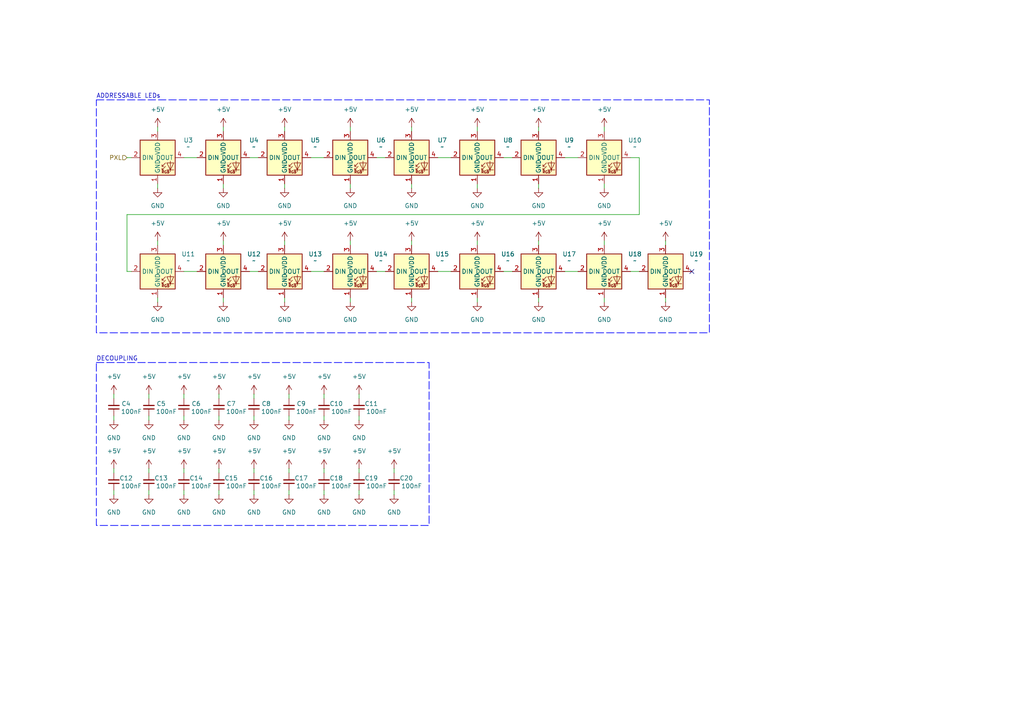
<source format=kicad_sch>
(kicad_sch (version 20231120) (generator "eeschema") (generator_version "8.0")
  (paper "A4")
  (lib_symbols
    (symbol "Device:C_Small" (pin_numbers hide) (pin_names (offset 0.254) hide)
      (property "Reference" "C" (at 0.254 1.778 0))
      (property "Value" "C_Small" (at 0.254 -2.032 0))
      (symbol "C_Small_0_1"
        (polyline (pts (xy -1.524 -0.508) (xy 1.524 -0.508)) (stroke (width 0.3302)))
        (polyline (pts (xy -1.524 0.508) (xy 1.524 0.508)) (stroke (width 0.3048)))
      )
      (symbol "C_Small_1_1"
        (pin passive line (at 0 2.54 270) (length 2.032) (name "~") (number "1"))
        (pin passive line (at 0 -2.54 90) (length 2.032) (name "~") (number "2"))
      )
    )
    (symbol "SK6812MINI-E-012:SK6812MINI-E-012"
      (property "Reference" "U" (at 3.556 6.35 0))
      (symbol "SK6812MINI-E-012_0_0"
        (text "RGB" (at 2.286 -4.191 0) (effects (font (size 0.762 0.762))))
      )
      (symbol "SK6812MINI-E-012_0_1"
        (rectangle (start -5.08 5.08) (end 5.08 -5.08) (stroke (width 0.254)) (fill (type background)))
        (polyline (pts (xy 1.27 -3.556) (xy 1.778 -3.556)))
        (polyline (pts (xy 1.27 -2.54) (xy 1.778 -2.54)))
        (polyline (pts (xy 4.699 -3.556) (xy 2.667 -3.556)))
        (polyline (pts (xy 2.286 -2.54) (xy 1.27 -3.556) (xy 1.27 -3.048)))
        (polyline (pts (xy 2.286 -1.524) (xy 1.27 -2.54) (xy 1.27 -2.032)))
        (polyline (pts (xy 3.683 -1.016) (xy 3.683 -3.556) (xy 3.683 -4.064)))
        (polyline (pts (xy 4.699 -1.524) (xy 2.667 -1.524) (xy 3.683 -3.556) (xy 4.699 -1.524)))
      )
      (symbol "SK6812MINI-E-012_1_1"
        (pin power_in line (at 0 -7.62 90) (length 2.54) (name "GND") (number "1"))
        (pin input line (at -7.62 0 0) (length 2.54) (name "DIN") (number "2"))
        (pin power_in line (at 0 7.62 270) (length 2.54) (name "VDD") (number "3"))
        (pin output line (at 7.62 0 180) (length 2.54) (name "DOUT") (number "4"))
      )
    )
    (symbol "power:+5V" (power) (pin_numbers hide) (pin_names (offset 0) hide)
      (property "Value" "+5V" (at 0 3.556 0))
      (symbol "+5V_0_1"
        (polyline (pts (xy -0.762 1.27) (xy 0 2.54)))
        (polyline (pts (xy 0 0) (xy 0 2.54)))
        (polyline (pts (xy 0 2.54) (xy 0.762 1.27)))
      )
      (symbol "+5V_1_1"
        (pin power_in line (at 0 0 90) (length 0) (name "~") (number "1"))
      )
    )
    (symbol "power:GND" (power) (pin_numbers hide) (pin_names (offset 0) hide)
      (property "Value" "GND" (at 0 -3.81 0))
      (symbol "GND_0_1"
        (polyline (pts (xy 0 0) (xy 0 -1.27) (xy 1.27 -1.27) (xy 0 -2.54) (xy -1.27 -1.27) (xy 0 -1.27)))
      )
      (symbol "GND_1_1"
        (pin power_in line (at 0 0 270) (length 0) (name "~") (number "1"))
      )
    )
  )
  (no_connect (at 200.66 78.74))
  (wire (pts (xy 53.34 142.24) (xy 53.34 143.51)))
  (wire (pts (xy 185.42 62.23) (xy 36.83 62.23)))
  (wire (pts (xy 36.83 62.23) (xy 36.83 78.74)))
  (wire (pts (xy 36.83 78.74) (xy 38.1 78.74)))
  (wire (pts (xy 63.5 120.65) (xy 63.5 121.92)))
  (wire (pts (xy 72.39 78.74) (xy 74.93 78.74)))
  (wire (pts (xy 82.55 69.85) (xy 82.55 71.12)))
  (wire (pts (xy 138.43 36.83) (xy 138.43 38.1)))
  (wire (pts (xy 119.38 86.36) (xy 119.38 87.63)))
  (wire (pts (xy 83.82 135.89) (xy 83.82 137.16)))
  (wire (pts (xy 146.05 78.74) (xy 148.59 78.74)))
  (wire (pts (xy 193.04 86.36) (xy 193.04 87.63)))
  (wire (pts (xy 156.21 69.85) (xy 156.21 71.12)))
  (wire (pts (xy 114.3 135.89) (xy 114.3 137.16)))
  (wire (pts (xy 73.66 142.24) (xy 73.66 143.51)))
  (wire (pts (xy 73.66 114.3) (xy 73.66 115.57)))
  (wire (pts (xy 182.88 45.72) (xy 185.42 45.72)))
  (wire (pts (xy 33.02 114.3) (xy 33.02 115.57)))
  (wire (pts (xy 109.22 78.74) (xy 111.76 78.74)))
  (wire (pts (xy 36.83 45.72) (xy 38.1 45.72)))
  (wire (pts (xy 63.5 135.89) (xy 63.5 137.16)))
  (wire (pts (xy 64.77 36.83) (xy 64.77 38.1)))
  (wire (pts (xy 83.82 142.24) (xy 83.82 143.51)))
  (wire (pts (xy 185.42 45.72) (xy 185.42 62.23)))
  (wire (pts (xy 104.14 135.89) (xy 104.14 137.16)))
  (wire (pts (xy 63.5 114.3) (xy 63.5 115.57)))
  (wire (pts (xy 53.34 135.89) (xy 53.34 137.16)))
  (wire (pts (xy 138.43 86.36) (xy 138.43 87.63)))
  (wire (pts (xy 82.55 86.36) (xy 82.55 87.63)))
  (wire (pts (xy 127 45.72) (xy 130.81 45.72)))
  (wire (pts (xy 193.04 69.85) (xy 193.04 71.12)))
  (wire (pts (xy 109.22 45.72) (xy 111.76 45.72)))
  (wire (pts (xy 101.6 69.85) (xy 101.6 71.12)))
  (wire (pts (xy 119.38 36.83) (xy 119.38 38.1)))
  (wire (pts (xy 33.02 135.89) (xy 33.02 137.16)))
  (wire (pts (xy 175.26 36.83) (xy 175.26 38.1)))
  (wire (pts (xy 90.17 45.72) (xy 93.98 45.72)))
  (wire (pts (xy 63.5 142.24) (xy 63.5 143.51)))
  (wire (pts (xy 53.34 45.72) (xy 57.15 45.72)))
  (wire (pts (xy 43.18 135.89) (xy 43.18 137.16)))
  (wire (pts (xy 45.72 36.83) (xy 45.72 38.1)))
  (wire (pts (xy 119.38 69.85) (xy 119.38 71.12)))
  (wire (pts (xy 64.77 53.34) (xy 64.77 54.61)))
  (wire (pts (xy 138.43 69.85) (xy 138.43 71.12)))
  (wire (pts (xy 175.26 53.34) (xy 175.26 54.61)))
  (wire (pts (xy 101.6 53.34) (xy 101.6 54.61)))
  (wire (pts (xy 156.21 36.83) (xy 156.21 38.1)))
  (wire (pts (xy 93.98 135.89) (xy 93.98 137.16)))
  (wire (pts (xy 93.98 114.3) (xy 93.98 115.57)))
  (wire (pts (xy 64.77 86.36) (xy 64.77 87.63)))
  (wire (pts (xy 45.72 69.85) (xy 45.72 71.12)))
  (wire (pts (xy 53.34 114.3) (xy 53.34 115.57)))
  (wire (pts (xy 156.21 53.34) (xy 156.21 54.61)))
  (wire (pts (xy 43.18 142.24) (xy 43.18 143.51)))
  (wire (pts (xy 53.34 120.65) (xy 53.34 121.92)))
  (wire (pts (xy 93.98 142.24) (xy 93.98 143.51)))
  (wire (pts (xy 33.02 120.65) (xy 33.02 121.92)))
  (wire (pts (xy 163.83 45.72) (xy 167.64 45.72)))
  (wire (pts (xy 82.55 53.34) (xy 82.55 54.61)))
  (wire (pts (xy 43.18 120.65) (xy 43.18 121.92)))
  (wire (pts (xy 163.83 78.74) (xy 167.64 78.74)))
  (wire (pts (xy 182.88 78.74) (xy 185.42 78.74)))
  (wire (pts (xy 53.34 78.74) (xy 57.15 78.74)))
  (wire (pts (xy 93.98 120.65) (xy 93.98 121.92)))
  (wire (pts (xy 83.82 120.65) (xy 83.82 121.92)))
  (wire (pts (xy 64.77 69.85) (xy 64.77 71.12)))
  (wire (pts (xy 45.72 86.36) (xy 45.72 87.63)))
  (wire (pts (xy 175.26 86.36) (xy 175.26 87.63)))
  (wire (pts (xy 101.6 36.83) (xy 101.6 38.1)))
  (wire (pts (xy 90.17 78.74) (xy 93.98 78.74)))
  (wire (pts (xy 146.05 45.72) (xy 148.59 45.72)))
  (wire (pts (xy 33.02 142.24) (xy 33.02 143.51)))
  (wire (pts (xy 73.66 135.89) (xy 73.66 137.16)))
  (wire (pts (xy 104.14 142.24) (xy 104.14 143.51)))
  (wire (pts (xy 138.43 53.34) (xy 138.43 54.61)))
  (wire (pts (xy 83.82 114.3) (xy 83.82 115.57)))
  (wire (pts (xy 72.39 45.72) (xy 74.93 45.72)))
  (wire (pts (xy 45.72 53.34) (xy 45.72 54.61)))
  (wire (pts (xy 101.6 86.36) (xy 101.6 87.63)))
  (wire (pts (xy 156.21 86.36) (xy 156.21 87.63)))
  (wire (pts (xy 82.55 36.83) (xy 82.55 38.1)))
  (wire (pts (xy 43.18 114.3) (xy 43.18 115.57)))
  (wire (pts (xy 104.14 120.65) (xy 104.14 121.92)))
  (wire (pts (xy 119.38 53.34) (xy 119.38 54.61)))
  (wire (pts (xy 114.3 142.24) (xy 114.3 143.51)))
  (wire (pts (xy 127 78.74) (xy 130.81 78.74)))
  (wire (pts (xy 104.14 114.3) (xy 104.14 115.57)))
  (wire (pts (xy 73.66 120.65) (xy 73.66 121.92)))
  (wire (pts (xy 175.26 69.85) (xy 175.26 71.12)))
  (rectangle (start 27.94 105.156) (end 124.46 152.4) (stroke (width 0.2) (type dash) (color 0 0 255 1)))
  (rectangle (start 27.94 28.956) (end 205.74 96.52) (stroke (width 0.2) (type dash) (color 0 0 255 1)))
  (text "ADDRESSABLE LEDs" (at 27.94 27.94 0) (effects (font (size 1.27 1.27)) (justify left)))
  (text "DECOUPLING" (at 27.94 104.14 0) (effects (font (size 1.27 1.27)) (justify left)))
  (hierarchical_label "PXL" (shape input) (at 36.83 45.72 180))
  (symbol (lib_id "power:+5V") (at 53.34 135.89 0) (unit 1)
    (property "Reference" "#PWR040" (effects (hide yes)))
    (property "Value" "+5V" (at 53.34 130.81 0))
    (property "Description" "Power symbol creates a global label with name \"+5V\"" (effects (hide yes)))
  )
  (symbol (lib_id "power:+5V") (at 82.55 36.83 0) (unit 1)
    (property "Reference" "#PWR08" (effects (hide yes)))
    (property "Value" "+5V" (at 82.55 31.75 0))
    (property "Description" "Power symbol creates a global label with name \"+5V\"" (effects (hide yes)))
  )
  (symbol (lib_id "power:+5V") (at 63.5 135.89 0) (unit 1)
    (property "Reference" "#PWR041" (effects (hide yes)))
    (property "Value" "+5V" (at 63.5 130.81 0))
    (property "Description" "Power symbol creates a global label with name \"+5V\"" (effects (hide yes)))
  )
  (symbol (lib_id "power:+5V") (at 33.02 135.89 0) (unit 1)
    (property "Reference" "#PWR038" (effects (hide yes)))
    (property "Value" "+5V" (at 33.02 130.81 0))
    (property "Description" "Power symbol creates a global label with name \"+5V\"" (effects (hide yes)))
  )
  (symbol (lib_id "power:+5V") (at 64.77 36.83 0) (unit 1)
    (property "Reference" "#PWR07" (effects (hide yes)))
    (property "Value" "+5V" (at 64.77 31.75 0))
    (property "Description" "Power symbol creates a global label with name \"+5V\"" (effects (hide yes)))
  )
  (symbol (lib_id "SK6812MINI-E-012:SK6812MINI-E-012") (at 119.38 45.72 0) (unit 1)
    (property "Reference" "U7" (at 128.27 40.6714 0))
    (property "Value" "~" (at 128.27 42.5765 0))
    (property "Footprint" "SK6812MINI-E-012:SK6812MINI-E-012" (effects (hide yes)))
  )
  (symbol (lib_id "Device:C_Small") (at 104.14 139.7 180) (unit 1)
    (property "Reference" "C19" (at 107.696 138.684 0))
    (property "Value" "100nF" (at 109.22 140.97 0))
    (property "Footprint" "Capacitor_SMD:C_0603_1608Metric_Pad1.08x0.95mm_HandSolder" (effects (hide yes)))
    (property "Description" "Unpolarized capacitor, small symbol" (effects (hide yes)))
  )
  (symbol (lib_id "Device:C_Small") (at 43.18 139.7 180) (unit 1)
    (property "Reference" "C13" (at 46.736 138.684 0))
    (property "Value" "100nF" (at 48.26 140.97 0))
    (property "Footprint" "Capacitor_SMD:C_0603_1608Metric_Pad1.08x0.95mm_HandSolder" (effects (hide yes)))
    (property "Description" "Unpolarized capacitor, small symbol" (effects (hide yes)))
  )
  (symbol (lib_id "power:GND") (at 104.14 121.92 0) (unit 1)
    (property "Reference" "#PWR037" (effects (hide yes)))
    (property "Value" "GND" (at 104.14 127 0))
    (property "Description" "Power symbol creates a global label with name \"GND\" , ground" (effects (hide yes)))
  )
  (symbol (lib_id "power:+5V") (at 83.82 135.89 0) (unit 1)
    (property "Reference" "#PWR043" (effects (hide yes)))
    (property "Value" "+5V" (at 83.82 130.81 0))
    (property "Description" "Power symbol creates a global label with name \"+5V\"" (effects (hide yes)))
  )
  (symbol (lib_id "Device:C_Small") (at 114.3 139.7 180) (unit 1)
    (property "Reference" "C20" (at 117.856 138.684 0))
    (property "Value" "100nF" (at 119.38 140.97 0))
    (property "Footprint" "Capacitor_SMD:C_0603_1608Metric_Pad1.08x0.95mm_HandSolder" (effects (hide yes)))
    (property "Description" "Unpolarized capacitor, small symbol" (effects (hide yes)))
  )
  (symbol (lib_id "SK6812MINI-E-012:SK6812MINI-E-012") (at 156.21 45.72 0) (unit 1)
    (property "Reference" "U9" (at 165.1 40.6714 0))
    (property "Value" "~" (at 165.1 42.5765 0))
    (property "Footprint" "SK6812MINI-E-012:SK6812MINI-E-012" (effects (hide yes)))
  )
  (symbol (lib_id "power:GND") (at 43.18 121.92 0) (unit 1)
    (property "Reference" "#PWR031" (effects (hide yes)))
    (property "Value" "GND" (at 43.18 127 0))
    (property "Description" "Power symbol creates a global label with name \"GND\" , ground" (effects (hide yes)))
  )
  (symbol (lib_id "power:GND") (at 175.26 87.63 0) (unit 1)
    (property "Reference" "#PWR072" (effects (hide yes)))
    (property "Value" "GND" (at 175.26 92.71 0))
    (property "Description" "Power symbol creates a global label with name \"GND\" , ground" (effects (hide yes)))
  )
  (symbol (lib_id "Device:C_Small") (at 53.34 118.11 180) (unit 1)
    (property "Reference" "C6" (at 56.896 117.094 0))
    (property "Value" "100nF" (at 58.42 119.38 0))
    (property "Footprint" "Capacitor_SMD:C_0603_1608Metric_Pad1.08x0.95mm_HandSolder" (effects (hide yes)))
    (property "Description" "Unpolarized capacitor, small symbol" (effects (hide yes)))
  )
  (symbol (lib_id "power:GND") (at 83.82 143.51 0) (unit 1)
    (property "Reference" "#PWR061" (effects (hide yes)))
    (property "Value" "GND" (at 83.82 148.59 0))
    (property "Description" "Power symbol creates a global label with name \"GND\" , ground" (effects (hide yes)))
  )
  (symbol (lib_id "power:GND") (at 93.98 121.92 0) (unit 1)
    (property "Reference" "#PWR036" (effects (hide yes)))
    (property "Value" "GND" (at 93.98 127 0))
    (property "Description" "Power symbol creates a global label with name \"GND\" , ground" (effects (hide yes)))
  )
  (symbol (lib_id "power:+5V") (at 73.66 114.3 0) (unit 1)
    (property "Reference" "#PWR018" (effects (hide yes)))
    (property "Value" "+5V" (at 73.66 109.22 0))
    (property "Description" "Power symbol creates a global label with name \"+5V\"" (effects (hide yes)))
  )
  (symbol (lib_id "power:GND") (at 43.18 143.51 0) (unit 1)
    (property "Reference" "#PWR057" (effects (hide yes)))
    (property "Value" "GND" (at 43.18 148.59 0))
    (property "Description" "Power symbol creates a global label with name \"GND\" , ground" (effects (hide yes)))
  )
  (symbol (lib_id "Device:C_Small") (at 63.5 139.7 180) (unit 1)
    (property "Reference" "C15" (at 67.056 138.684 0))
    (property "Value" "100nF" (at 68.58 140.97 0))
    (property "Footprint" "Capacitor_SMD:C_0603_1608Metric_Pad1.08x0.95mm_HandSolder" (effects (hide yes)))
    (property "Description" "Unpolarized capacitor, small symbol" (effects (hide yes)))
  )
  (symbol (lib_id "power:+5V") (at 63.5 114.3 0) (unit 1)
    (property "Reference" "#PWR017" (effects (hide yes)))
    (property "Value" "+5V" (at 63.5 109.22 0))
    (property "Description" "Power symbol creates a global label with name \"+5V\"" (effects (hide yes)))
  )
  (symbol (lib_id "power:+5V") (at 101.6 69.85 0) (unit 1)
    (property "Reference" "#PWR050" (effects (hide yes)))
    (property "Value" "+5V" (at 101.6 64.77 0))
    (property "Description" "Power symbol creates a global label with name \"+5V\"" (effects (hide yes)))
  )
  (symbol (lib_id "power:+5V") (at 104.14 114.3 0) (unit 1)
    (property "Reference" "#PWR021" (effects (hide yes)))
    (property "Value" "+5V" (at 104.14 109.22 0))
    (property "Description" "Power symbol creates a global label with name \"+5V\"" (effects (hide yes)))
  )
  (symbol (lib_id "power:+5V") (at 156.21 69.85 0) (unit 1)
    (property "Reference" "#PWR053" (effects (hide yes)))
    (property "Value" "+5V" (at 156.21 64.77 0))
    (property "Description" "Power symbol creates a global label with name \"+5V\"" (effects (hide yes)))
  )
  (symbol (lib_id "power:GND") (at 63.5 121.92 0) (unit 1)
    (property "Reference" "#PWR033" (effects (hide yes)))
    (property "Value" "GND" (at 63.5 127 0))
    (property "Description" "Power symbol creates a global label with name \"GND\" , ground" (effects (hide yes)))
  )
  (symbol (lib_id "power:+5V") (at 33.02 114.3 0) (unit 1)
    (property "Reference" "#PWR014" (effects (hide yes)))
    (property "Value" "+5V" (at 33.02 109.22 0))
    (property "Description" "Power symbol creates a global label with name \"+5V\"" (effects (hide yes)))
  )
  (symbol (lib_id "power:+5V") (at 93.98 114.3 0) (unit 1)
    (property "Reference" "#PWR020" (effects (hide yes)))
    (property "Value" "+5V" (at 93.98 109.22 0))
    (property "Description" "Power symbol creates a global label with name \"+5V\"" (effects (hide yes)))
  )
  (symbol (lib_id "power:+5V") (at 43.18 135.89 0) (unit 1)
    (property "Reference" "#PWR039" (effects (hide yes)))
    (property "Value" "+5V" (at 43.18 130.81 0))
    (property "Description" "Power symbol creates a global label with name \"+5V\"" (effects (hide yes)))
  )
  (symbol (lib_id "power:GND") (at 138.43 87.63 0) (unit 1)
    (property "Reference" "#PWR070" (effects (hide yes)))
    (property "Value" "GND" (at 138.43 92.71 0))
    (property "Description" "Power symbol creates a global label with name \"GND\" , ground" (effects (hide yes)))
  )
  (symbol (lib_id "power:+5V") (at 43.18 114.3 0) (unit 1)
    (property "Reference" "#PWR015" (effects (hide yes)))
    (property "Value" "+5V" (at 43.18 109.22 0))
    (property "Description" "Power symbol creates a global label with name \"+5V\"" (effects (hide yes)))
  )
  (symbol (lib_id "power:+5V") (at 45.72 69.85 0) (unit 1)
    (property "Reference" "#PWR047" (effects (hide yes)))
    (property "Value" "+5V" (at 45.72 64.77 0))
    (property "Description" "Power symbol creates a global label with name \"+5V\"" (effects (hide yes)))
  )
  (symbol (lib_id "power:GND") (at 101.6 54.61 0) (unit 1)
    (property "Reference" "#PWR025" (effects (hide yes)))
    (property "Value" "GND" (at 101.6 59.69 0))
    (property "Description" "Power symbol creates a global label with name \"GND\" , ground" (effects (hide yes)))
  )
  (symbol (lib_id "Device:C_Small") (at 83.82 118.11 180) (unit 1)
    (property "Reference" "C9" (at 87.376 117.094 0))
    (property "Value" "100nF" (at 88.9 119.38 0))
    (property "Footprint" "Capacitor_SMD:C_0603_1608Metric_Pad1.08x0.95mm_HandSolder" (effects (hide yes)))
    (property "Description" "Unpolarized capacitor, small symbol" (effects (hide yes)))
  )
  (symbol (lib_id "power:GND") (at 33.02 143.51 0) (unit 1)
    (property "Reference" "#PWR056" (effects (hide yes)))
    (property "Value" "GND" (at 33.02 148.59 0))
    (property "Description" "Power symbol creates a global label with name \"GND\" , ground" (effects (hide yes)))
  )
  (symbol (lib_id "power:+5V") (at 119.38 36.83 0) (unit 1)
    (property "Reference" "#PWR010" (effects (hide yes)))
    (property "Value" "+5V" (at 119.38 31.75 0))
    (property "Description" "Power symbol creates a global label with name \"+5V\"" (effects (hide yes)))
  )
  (symbol (lib_id "power:+5V") (at 175.26 69.85 0) (unit 1)
    (property "Reference" "#PWR054" (effects (hide yes)))
    (property "Value" "+5V" (at 175.26 64.77 0))
    (property "Description" "Power symbol creates a global label with name \"+5V\"" (effects (hide yes)))
  )
  (symbol (lib_id "power:GND") (at 138.43 54.61 0) (unit 1)
    (property "Reference" "#PWR027" (effects (hide yes)))
    (property "Value" "GND" (at 138.43 59.69 0))
    (property "Description" "Power symbol creates a global label with name \"GND\" , ground" (effects (hide yes)))
  )
  (symbol (lib_id "SK6812MINI-E-012:SK6812MINI-E-012") (at 156.21 78.74 0) (unit 1)
    (property "Reference" "U17" (at 165.1 73.6914 0))
    (property "Value" "~" (at 165.1 75.5965 0))
    (property "Footprint" "SK6812MINI-E-012:SK6812MINI-E-012-ROT" (effects (hide yes)))
  )
  (symbol (lib_id "power:GND") (at 64.77 54.61 0) (unit 1)
    (property "Reference" "#PWR023" (effects (hide yes)))
    (property "Value" "GND" (at 64.77 59.69 0))
    (property "Description" "Power symbol creates a global label with name \"GND\" , ground" (effects (hide yes)))
  )
  (symbol (lib_id "power:GND") (at 93.98 143.51 0) (unit 1)
    (property "Reference" "#PWR062" (effects (hide yes)))
    (property "Value" "GND" (at 93.98 148.59 0))
    (property "Description" "Power symbol creates a global label with name \"GND\" , ground" (effects (hide yes)))
  )
  (symbol (lib_id "Device:C_Small") (at 43.18 118.11 180) (unit 1)
    (property "Reference" "C5" (at 46.736 117.094 0))
    (property "Value" "100nF" (at 48.26 119.38 0))
    (property "Footprint" "Capacitor_SMD:C_0603_1608Metric_Pad1.08x0.95mm_HandSolder" (effects (hide yes)))
    (property "Description" "Unpolarized capacitor, small symbol" (effects (hide yes)))
  )
  (symbol (lib_id "Device:C_Small") (at 93.98 139.7 180) (unit 1)
    (property "Reference" "C18" (at 97.536 138.684 0))
    (property "Value" "100nF" (at 99.06 140.97 0))
    (property "Footprint" "Capacitor_SMD:C_0603_1608Metric_Pad1.08x0.95mm_HandSolder" (effects (hide yes)))
    (property "Description" "Unpolarized capacitor, small symbol" (effects (hide yes)))
  )
  (symbol (lib_id "power:GND") (at 73.66 143.51 0) (unit 1)
    (property "Reference" "#PWR060" (effects (hide yes)))
    (property "Value" "GND" (at 73.66 148.59 0))
    (property "Description" "Power symbol creates a global label with name \"GND\" , ground" (effects (hide yes)))
  )
  (symbol (lib_id "power:+5V") (at 101.6 36.83 0) (unit 1)
    (property "Reference" "#PWR09" (effects (hide yes)))
    (property "Value" "+5V" (at 101.6 31.75 0))
    (property "Description" "Power symbol creates a global label with name \"+5V\"" (effects (hide yes)))
  )
  (symbol (lib_id "power:+5V") (at 156.21 36.83 0) (unit 1)
    (property "Reference" "#PWR012" (effects (hide yes)))
    (property "Value" "+5V" (at 156.21 31.75 0))
    (property "Description" "Power symbol creates a global label with name \"+5V\"" (effects (hide yes)))
  )
  (symbol (lib_id "SK6812MINI-E-012:SK6812MINI-E-012") (at 138.43 78.74 0) (unit 1)
    (property "Reference" "U16" (at 147.32 73.6914 0))
    (property "Value" "~" (at 147.32 75.5965 0))
    (property "Footprint" "SK6812MINI-E-012:SK6812MINI-E-012-ROT" (effects (hide yes)))
  )
  (symbol (lib_id "power:+5V") (at 93.98 135.89 0) (unit 1)
    (property "Reference" "#PWR044" (effects (hide yes)))
    (property "Value" "+5V" (at 93.98 130.81 0))
    (property "Description" "Power symbol creates a global label with name \"+5V\"" (effects (hide yes)))
  )
  (symbol (lib_id "power:GND") (at 193.04 87.63 0) (unit 1)
    (property "Reference" "#PWR073" (effects (hide yes)))
    (property "Value" "GND" (at 193.04 92.71 0))
    (property "Description" "Power symbol creates a global label with name \"GND\" , ground" (effects (hide yes)))
  )
  (symbol (lib_id "SK6812MINI-E-012:SK6812MINI-E-012") (at 45.72 45.72 0) (unit 1)
    (property "Reference" "U3" (at 54.61 40.6714 0))
    (property "Value" "~" (at 54.61 42.5765 0))
    (property "Footprint" "SK6812MINI-E-012:SK6812MINI-E-012" (effects (hide yes)))
  )
  (symbol (lib_id "Device:C_Small") (at 73.66 118.11 180) (unit 1)
    (property "Reference" "C8" (at 77.216 117.094 0))
    (property "Value" "100nF" (at 78.74 119.38 0))
    (property "Footprint" "Capacitor_SMD:C_0603_1608Metric_Pad1.08x0.95mm_HandSolder" (effects (hide yes)))
    (property "Description" "Unpolarized capacitor, small symbol" (effects (hide yes)))
  )
  (symbol (lib_id "Device:C_Small") (at 63.5 118.11 180) (unit 1)
    (property "Reference" "C7" (at 67.056 117.094 0))
    (property "Value" "100nF" (at 68.58 119.38 0))
    (property "Footprint" "Capacitor_SMD:C_0603_1608Metric_Pad1.08x0.95mm_HandSolder" (effects (hide yes)))
    (property "Description" "Unpolarized capacitor, small symbol" (effects (hide yes)))
  )
  (symbol (lib_id "Device:C_Small") (at 33.02 118.11 180) (unit 1)
    (property "Reference" "C4" (at 36.576 117.094 0))
    (property "Value" "100nF" (at 38.1 119.38 0))
    (property "Footprint" "Capacitor_SMD:C_0603_1608Metric_Pad1.08x0.95mm_HandSolder" (effects (hide yes)))
    (property "Description" "Unpolarized capacitor, small symbol" (effects (hide yes)))
  )
  (symbol (lib_id "SK6812MINI-E-012:SK6812MINI-E-012") (at 101.6 45.72 0) (unit 1)
    (property "Reference" "U6" (at 110.49 40.6714 0))
    (property "Value" "~" (at 110.49 42.5765 0))
    (property "Footprint" "SK6812MINI-E-012:SK6812MINI-E-012" (effects (hide yes)))
  )
  (symbol (lib_id "SK6812MINI-E-012:SK6812MINI-E-012") (at 193.04 78.74 0) (unit 1)
    (property "Reference" "U19" (at 201.93 73.6914 0))
    (property "Value" "~" (at 201.93 75.5965 0))
    (property "Footprint" "SK6812MINI-E-012:SK6812MINI-E-012-ROT" (effects (hide yes)))
  )
  (symbol (lib_id "power:+5V") (at 82.55 69.85 0) (unit 1)
    (property "Reference" "#PWR049" (effects (hide yes)))
    (property "Value" "+5V" (at 82.55 64.77 0))
    (property "Description" "Power symbol creates a global label with name \"+5V\"" (effects (hide yes)))
  )
  (symbol (lib_id "power:+5V") (at 45.72 36.83 0) (unit 1)
    (property "Reference" "#PWR06" (effects (hide yes)))
    (property "Value" "+5V" (at 45.72 31.75 0))
    (property "Description" "Power symbol creates a global label with name \"+5V\"" (effects (hide yes)))
  )
  (symbol (lib_id "power:+5V") (at 64.77 69.85 0) (unit 1)
    (property "Reference" "#PWR048" (effects (hide yes)))
    (property "Value" "+5V" (at 64.77 64.77 0))
    (property "Description" "Power symbol creates a global label with name \"+5V\"" (effects (hide yes)))
  )
  (symbol (lib_id "power:GND") (at 175.26 54.61 0) (unit 1)
    (property "Reference" "#PWR029" (effects (hide yes)))
    (property "Value" "GND" (at 175.26 59.69 0))
    (property "Description" "Power symbol creates a global label with name \"GND\" , ground" (effects (hide yes)))
  )
  (symbol (lib_id "SK6812MINI-E-012:SK6812MINI-E-012") (at 64.77 45.72 0) (unit 1)
    (property "Reference" "U4" (at 73.66 40.6714 0))
    (property "Value" "~" (at 73.66 42.5765 0))
    (property "Footprint" "SK6812MINI-E-012:SK6812MINI-E-012" (effects (hide yes)))
  )
  (symbol (lib_id "power:GND") (at 45.72 54.61 0) (unit 1)
    (property "Reference" "#PWR022" (effects (hide yes)))
    (property "Value" "GND" (at 45.72 59.69 0))
    (property "Description" "Power symbol creates a global label with name \"GND\" , ground" (effects (hide yes)))
  )
  (symbol (lib_id "SK6812MINI-E-012:SK6812MINI-E-012") (at 64.77 78.74 0) (unit 1)
    (property "Reference" "U12" (at 73.66 73.6914 0))
    (property "Value" "~" (at 73.66 75.5965 0))
    (property "Footprint" "SK6812MINI-E-012:SK6812MINI-E-012-ROT" (effects (hide yes)))
  )
  (symbol (lib_id "power:GND") (at 101.6 87.63 0) (unit 1)
    (property "Reference" "#PWR068" (effects (hide yes)))
    (property "Value" "GND" (at 101.6 92.71 0))
    (property "Description" "Power symbol creates a global label with name \"GND\" , ground" (effects (hide yes)))
  )
  (symbol (lib_id "power:GND") (at 33.02 121.92 0) (unit 1)
    (property "Reference" "#PWR030" (effects (hide yes)))
    (property "Value" "GND" (at 33.02 127 0))
    (property "Description" "Power symbol creates a global label with name \"GND\" , ground" (effects (hide yes)))
  )
  (symbol (lib_id "power:GND") (at 119.38 87.63 0) (unit 1)
    (property "Reference" "#PWR069" (effects (hide yes)))
    (property "Value" "GND" (at 119.38 92.71 0))
    (property "Description" "Power symbol creates a global label with name \"GND\" , ground" (effects (hide yes)))
  )
  (symbol (lib_id "SK6812MINI-E-012:SK6812MINI-E-012") (at 82.55 78.74 0) (unit 1)
    (property "Reference" "U13" (at 91.44 73.6914 0))
    (property "Value" "~" (at 91.44 75.5965 0))
    (property "Footprint" "SK6812MINI-E-012:SK6812MINI-E-012-ROT" (effects (hide yes)))
  )
  (symbol (lib_id "Device:C_Small") (at 33.02 139.7 180) (unit 1)
    (property "Reference" "C12" (at 36.576 138.684 0))
    (property "Value" "100nF" (at 38.1 140.97 0))
    (property "Footprint" "Capacitor_SMD:C_0603_1608Metric_Pad1.08x0.95mm_HandSolder" (effects (hide yes)))
    (property "Description" "Unpolarized capacitor, small symbol" (effects (hide yes)))
  )
  (symbol (lib_id "power:+5V") (at 114.3 135.89 0) (unit 1)
    (property "Reference" "#PWR046" (effects (hide yes)))
    (property "Value" "+5V" (at 114.3 130.81 0))
    (property "Description" "Power symbol creates a global label with name \"+5V\"" (effects (hide yes)))
  )
  (symbol (lib_id "power:+5V") (at 138.43 69.85 0) (unit 1)
    (property "Reference" "#PWR052" (effects (hide yes)))
    (property "Value" "+5V" (at 138.43 64.77 0))
    (property "Description" "Power symbol creates a global label with name \"+5V\"" (effects (hide yes)))
  )
  (symbol (lib_id "power:GND") (at 83.82 121.92 0) (unit 1)
    (property "Reference" "#PWR035" (effects (hide yes)))
    (property "Value" "GND" (at 83.82 127 0))
    (property "Description" "Power symbol creates a global label with name \"GND\" , ground" (effects (hide yes)))
  )
  (symbol (lib_id "Device:C_Small") (at 104.14 118.11 180) (unit 1)
    (property "Reference" "C11" (at 107.696 117.094 0))
    (property "Value" "100nF" (at 109.22 119.38 0))
    (property "Footprint" "Capacitor_SMD:C_0603_1608Metric_Pad1.08x0.95mm_HandSolder" (effects (hide yes)))
    (property "Description" "Unpolarized capacitor, small symbol" (effects (hide yes)))
  )
  (symbol (lib_id "SK6812MINI-E-012:SK6812MINI-E-012") (at 175.26 45.72 0) (unit 1)
    (property "Reference" "U10" (at 184.15 40.6714 0))
    (property "Value" "~" (at 184.15 42.5765 0))
    (property "Footprint" "SK6812MINI-E-012:SK6812MINI-E-012" (effects (hide yes)))
  )
  (symbol (lib_id "SK6812MINI-E-012:SK6812MINI-E-012") (at 82.55 45.72 0) (unit 1)
    (property "Reference" "U5" (at 91.44 40.6714 0))
    (property "Value" "~" (at 91.44 42.5765 0))
    (property "Footprint" "SK6812MINI-E-012:SK6812MINI-E-012" (effects (hide yes)))
  )
  (symbol (lib_id "power:GND") (at 63.5 143.51 0) (unit 1)
    (property "Reference" "#PWR059" (effects (hide yes)))
    (property "Value" "GND" (at 63.5 148.59 0))
    (property "Description" "Power symbol creates a global label with name \"GND\" , ground" (effects (hide yes)))
  )
  (symbol (lib_id "power:GND") (at 114.3 143.51 0) (unit 1)
    (property "Reference" "#PWR064" (effects (hide yes)))
    (property "Value" "GND" (at 114.3 148.59 0))
    (property "Description" "Power symbol creates a global label with name \"GND\" , ground" (effects (hide yes)))
  )
  (symbol (lib_id "power:GND") (at 45.72 87.63 0) (unit 1)
    (property "Reference" "#PWR065" (effects (hide yes)))
    (property "Value" "GND" (at 45.72 92.71 0))
    (property "Description" "Power symbol creates a global label with name \"GND\" , ground" (effects (hide yes)))
  )
  (symbol (lib_id "power:GND") (at 73.66 121.92 0) (unit 1)
    (property "Reference" "#PWR034" (effects (hide yes)))
    (property "Value" "GND" (at 73.66 127 0))
    (property "Description" "Power symbol creates a global label with name \"GND\" , ground" (effects (hide yes)))
  )
  (symbol (lib_id "Device:C_Small") (at 53.34 139.7 180) (unit 1)
    (property "Reference" "C14" (at 56.896 138.684 0))
    (property "Value" "100nF" (at 58.42 140.97 0))
    (property "Footprint" "Capacitor_SMD:C_0603_1608Metric_Pad1.08x0.95mm_HandSolder" (effects (hide yes)))
    (property "Description" "Unpolarized capacitor, small symbol" (effects (hide yes)))
  )
  (symbol (lib_id "Device:C_Small") (at 83.82 139.7 180) (unit 1)
    (property "Reference" "C17" (at 87.376 138.684 0))
    (property "Value" "100nF" (at 88.9 140.97 0))
    (property "Footprint" "Capacitor_SMD:C_0603_1608Metric_Pad1.08x0.95mm_HandSolder" (effects (hide yes)))
    (property "Description" "Unpolarized capacitor, small symbol" (effects (hide yes)))
  )
  (symbol (lib_id "Device:C_Small") (at 93.98 118.11 180) (unit 1)
    (property "Reference" "C10" (at 97.536 117.094 0))
    (property "Value" "100nF" (at 99.06 119.38 0))
    (property "Footprint" "Capacitor_SMD:C_0603_1608Metric_Pad1.08x0.95mm_HandSolder" (effects (hide yes)))
    (property "Description" "Unpolarized capacitor, small symbol" (effects (hide yes)))
  )
  (symbol (lib_id "power:GND") (at 82.55 54.61 0) (unit 1)
    (property "Reference" "#PWR024" (effects (hide yes)))
    (property "Value" "GND" (at 82.55 59.69 0))
    (property "Description" "Power symbol creates a global label with name \"GND\" , ground" (effects (hide yes)))
  )
  (symbol (lib_id "SK6812MINI-E-012:SK6812MINI-E-012") (at 101.6 78.74 0) (unit 1)
    (property "Reference" "U14" (at 110.49 73.6914 0))
    (property "Value" "~" (at 110.49 75.5965 0))
    (property "Footprint" "SK6812MINI-E-012:SK6812MINI-E-012-ROT" (effects (hide yes)))
  )
  (symbol (lib_id "power:+5V") (at 138.43 36.83 0) (unit 1)
    (property "Reference" "#PWR011" (effects (hide yes)))
    (property "Value" "+5V" (at 138.43 31.75 0))
    (property "Description" "Power symbol creates a global label with name \"+5V\"" (effects (hide yes)))
  )
  (symbol (lib_id "power:GND") (at 82.55 87.63 0) (unit 1)
    (property "Reference" "#PWR067" (effects (hide yes)))
    (property "Value" "GND" (at 82.55 92.71 0))
    (property "Description" "Power symbol creates a global label with name \"GND\" , ground" (effects (hide yes)))
  )
  (symbol (lib_id "power:GND") (at 156.21 87.63 0) (unit 1)
    (property "Reference" "#PWR071" (effects (hide yes)))
    (property "Value" "GND" (at 156.21 92.71 0))
    (property "Description" "Power symbol creates a global label with name \"GND\" , ground" (effects (hide yes)))
  )
  (symbol (lib_id "power:+5V") (at 104.14 135.89 0) (unit 1)
    (property "Reference" "#PWR045" (effects (hide yes)))
    (property "Value" "+5V" (at 104.14 130.81 0))
    (property "Description" "Power symbol creates a global label with name \"+5V\"" (effects (hide yes)))
  )
  (symbol (lib_id "SK6812MINI-E-012:SK6812MINI-E-012") (at 45.72 78.74 0) (unit 1)
    (property "Reference" "U11" (at 54.61 73.6914 0))
    (property "Value" "~" (at 54.61 75.5965 0))
    (property "Footprint" "SK6812MINI-E-012:SK6812MINI-E-012" (effects (hide yes)))
  )
  (symbol (lib_id "SK6812MINI-E-012:SK6812MINI-E-012") (at 175.26 78.74 0) (unit 1)
    (property "Reference" "U18" (at 184.15 73.6914 0))
    (property "Value" "~" (at 184.15 75.5965 0))
    (property "Footprint" "SK6812MINI-E-012:SK6812MINI-E-012-ROT" (effects (hide yes)))
  )
  (symbol (lib_id "power:+5V") (at 175.26 36.83 0) (unit 1)
    (property "Reference" "#PWR013" (effects (hide yes)))
    (property "Value" "+5V" (at 175.26 31.75 0))
    (property "Description" "Power symbol creates a global label with name \"+5V\"" (effects (hide yes)))
  )
  (symbol (lib_id "power:+5V") (at 53.34 114.3 0) (unit 1)
    (property "Reference" "#PWR016" (effects (hide yes)))
    (property "Value" "+5V" (at 53.34 109.22 0))
    (property "Description" "Power symbol creates a global label with name \"+5V\"" (effects (hide yes)))
  )
  (symbol (lib_id "power:GND") (at 53.34 143.51 0) (unit 1)
    (property "Reference" "#PWR058" (effects (hide yes)))
    (property "Value" "GND" (at 53.34 148.59 0))
    (property "Description" "Power symbol creates a global label with name \"GND\" , ground" (effects (hide yes)))
  )
  (symbol (lib_id "power:+5V") (at 193.04 69.85 0) (unit 1)
    (property "Reference" "#PWR055" (effects (hide yes)))
    (property "Value" "+5V" (at 193.04 64.77 0))
    (property "Description" "Power symbol creates a global label with name \"+5V\"" (effects (hide yes)))
  )
  (symbol (lib_id "power:+5V") (at 73.66 135.89 0) (unit 1)
    (property "Reference" "#PWR042" (effects (hide yes)))
    (property "Value" "+5V" (at 73.66 130.81 0))
    (property "Description" "Power symbol creates a global label with name \"+5V\"" (effects (hide yes)))
  )
  (symbol (lib_id "power:GND") (at 64.77 87.63 0) (unit 1)
    (property "Reference" "#PWR066" (effects (hide yes)))
    (property "Value" "GND" (at 64.77 92.71 0))
    (property "Description" "Power symbol creates a global label with name \"GND\" , ground" (effects (hide yes)))
  )
  (symbol (lib_id "power:GND") (at 53.34 121.92 0) (unit 1)
    (property "Reference" "#PWR032" (effects (hide yes)))
    (property "Value" "GND" (at 53.34 127 0))
    (property "Description" "Power symbol creates a global label with name \"GND\" , ground" (effects (hide yes)))
  )
  (symbol (lib_id "power:GND") (at 119.38 54.61 0) (unit 1)
    (property "Reference" "#PWR026" (effects (hide yes)))
    (property "Value" "GND" (at 119.38 59.69 0))
    (property "Description" "Power symbol creates a global label with name \"GND\" , ground" (effects (hide yes)))
  )
  (symbol (lib_id "power:GND") (at 104.14 143.51 0) (unit 1)
    (property "Reference" "#PWR063" (effects (hide yes)))
    (property "Value" "GND" (at 104.14 148.59 0))
    (property "Description" "Power symbol creates a global label with name \"GND\" , ground" (effects (hide yes)))
  )
  (symbol (lib_id "power:+5V") (at 119.38 69.85 0) (unit 1)
    (property "Reference" "#PWR051" (effects (hide yes)))
    (property "Value" "+5V" (at 119.38 64.77 0))
    (property "Description" "Power symbol creates a global label with name \"+5V\"" (effects (hide yes)))
  )
  (symbol (lib_id "SK6812MINI-E-012:SK6812MINI-E-012") (at 119.38 78.74 0) (unit 1)
    (property "Reference" "U15" (at 128.27 73.6914 0))
    (property "Value" "~" (at 128.27 75.5965 0))
    (property "Footprint" "SK6812MINI-E-012:SK6812MINI-E-012-ROT" (effects (hide yes)))
  )
  (symbol (lib_id "power:+5V") (at 83.82 114.3 0) (unit 1)
    (property "Reference" "#PWR019" (effects (hide yes)))
    (property "Value" "+5V" (at 83.82 109.22 0))
    (property "Description" "Power symbol creates a global label with name \"+5V\"" (effects (hide yes)))
  )
  (symbol (lib_id "SK6812MINI-E-012:SK6812MINI-E-012") (at 138.43 45.72 0) (unit 1)
    (property "Reference" "U8" (at 147.32 40.6714 0))
    (property "Value" "~" (at 147.32 42.5765 0))
    (property "Footprint" "SK6812MINI-E-012:SK6812MINI-E-012" (effects (hide yes)))
  )
  (symbol (lib_id "power:GND") (at 156.21 54.61 0) (unit 1)
    (property "Reference" "#PWR028" (effects (hide yes)))
    (property "Value" "GND" (at 156.21 59.69 0))
    (property "Description" "Power symbol creates a global label with name \"GND\" , ground" (effects (hide yes)))
  )
  (symbol (lib_id "Device:C_Small") (at 73.66 139.7 180) (unit 1)
    (property "Reference" "C16" (at 77.216 138.684 0))
    (property "Value" "100nF" (at 78.74 140.97 0))
    (property "Footprint" "Capacitor_SMD:C_0603_1608Metric_Pad1.08x0.95mm_HandSolder" (effects (hide yes)))
    (property "Description" "Unpolarized capacitor, small symbol" (effects (hide yes)))
  )
)
</source>
